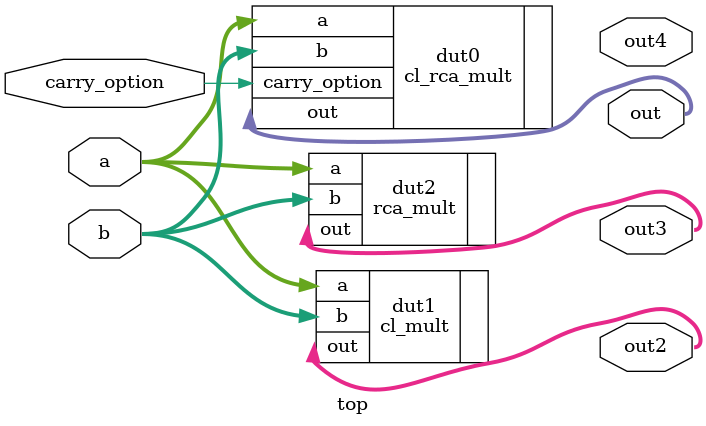
<source format=v>
module top #( parameter DATA_WIDTH = 32) (
    input carry_option,
    input [DATA_WIDTH-1:0] a,
    input [DATA_WIDTH-1:0] b,
    output [2*DATA_WIDTH-1:0] out,
    output [2*DATA_WIDTH-1:0] out2,
    output [2*DATA_WIDTH-1:0] out3,
    output [2*DATA_WIDTH-1:0] out4
);

    cl_rca_mult #(DATA_WIDTH) dut0(
        .carry_option(carry_option),
        .a(a),
        .b(b),
        .out(out)
    );

    cl_mult #(DATA_WIDTH) dut1(
        .a(a),
        .b(b),
        .out(out2)
    );

    rca_mult #(DATA_WIDTH) dut2(
        .a(a),
        .b(b),
        .out(out3)
    );

endmodule
</source>
